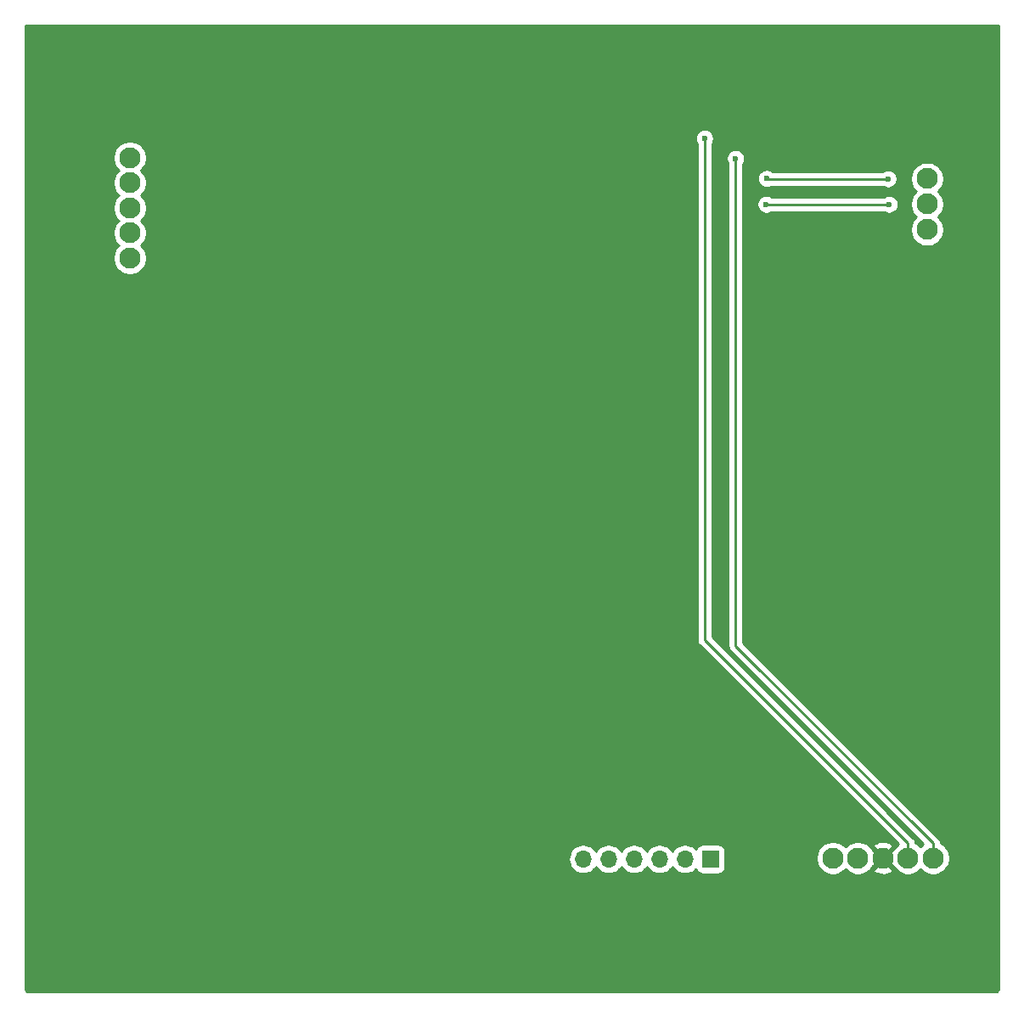
<source format=gbr>
G04 #@! TF.GenerationSoftware,KiCad,Pcbnew,(5.1.2)-1*
G04 #@! TF.CreationDate,2019-07-17T08:56:34-05:00*
G04 #@! TF.ProjectId,8266-dev,38323636-2d64-4657-962e-6b696361645f,rev?*
G04 #@! TF.SameCoordinates,Original*
G04 #@! TF.FileFunction,Copper,L2,Bot*
G04 #@! TF.FilePolarity,Positive*
%FSLAX46Y46*%
G04 Gerber Fmt 4.6, Leading zero omitted, Abs format (unit mm)*
G04 Created by KiCad (PCBNEW (5.1.2)-1) date 2019-07-17 08:56:34*
%MOMM*%
%LPD*%
G04 APERTURE LIST*
%ADD10C,2.100000*%
%ADD11R,1.700000X1.700000*%
%ADD12O,1.700000X1.700000*%
%ADD13C,0.600000*%
%ADD14C,0.250000*%
%ADD15C,0.254000*%
G04 APERTURE END LIST*
D10*
X165511480Y-126949200D03*
X168011480Y-126949200D03*
X170511480Y-126949200D03*
X173011480Y-126949200D03*
X175511480Y-126949200D03*
X95417640Y-57104280D03*
X95417640Y-59604280D03*
X95417640Y-62104280D03*
X95417640Y-64604280D03*
X95417640Y-67104280D03*
D11*
X153324560Y-127050800D03*
D12*
X150784560Y-127050800D03*
X148244560Y-127050800D03*
X145704560Y-127050800D03*
X143164560Y-127050800D03*
X140624560Y-127050800D03*
D10*
X174919640Y-59194700D03*
X174919640Y-61734700D03*
X174919640Y-64274700D03*
D13*
X115752880Y-127088900D03*
X110365540Y-69123560D03*
X163296600Y-49062640D03*
X109570520Y-55278020D03*
X109628940Y-59105800D03*
X86413340Y-127083820D03*
X152725120Y-55153560D03*
X155826460Y-57180480D03*
X171013120Y-59212480D03*
X158910020Y-59169300D03*
X171137580Y-61739780D03*
X158866840Y-61739780D03*
D14*
X173011480Y-125464276D02*
X152717500Y-105170296D01*
X173011480Y-126949200D02*
X173011480Y-125464276D01*
X152717500Y-105170296D02*
X152717500Y-55161180D01*
X152717500Y-55161180D02*
X152725120Y-55153560D01*
X175511480Y-125464276D02*
X155826460Y-105779256D01*
X175511480Y-126949200D02*
X175511480Y-125464276D01*
X155826460Y-105779256D02*
X155826460Y-57180480D01*
X171013120Y-59212480D02*
X158953200Y-59212480D01*
X158953200Y-59212480D02*
X158910020Y-59169300D01*
X171137580Y-61739780D02*
X170713316Y-61739780D01*
X170713316Y-61739780D02*
X158866840Y-61739780D01*
D15*
G36*
X181999890Y-140069225D02*
G01*
X181982741Y-140114587D01*
X181939260Y-140200816D01*
X181891413Y-140260000D01*
X85144034Y-140260000D01*
X85132437Y-140249206D01*
X85084900Y-140180655D01*
X85050641Y-140097932D01*
X85042528Y-140063957D01*
X85042516Y-140063511D01*
X85042143Y-140025021D01*
X85041763Y-139960623D01*
X85041388Y-139871876D01*
X85041018Y-139759063D01*
X85041019Y-139759063D01*
X85040653Y-139622339D01*
X85040293Y-139462293D01*
X85039938Y-139279194D01*
X85039589Y-139073385D01*
X85039244Y-138845202D01*
X85038905Y-138594990D01*
X85038571Y-138323084D01*
X85038243Y-138029823D01*
X85037919Y-137715543D01*
X85037601Y-137380585D01*
X85037288Y-137025285D01*
X85036980Y-136649980D01*
X85036678Y-136255008D01*
X85036380Y-135840706D01*
X85036088Y-135407412D01*
X85035801Y-134955463D01*
X85035520Y-134485197D01*
X85035243Y-133996950D01*
X85034972Y-133491060D01*
X85034706Y-132967865D01*
X85034446Y-132427702D01*
X85034190Y-131870908D01*
X85033940Y-131297820D01*
X85033695Y-130708775D01*
X85033455Y-130104112D01*
X85033221Y-129484167D01*
X85032991Y-128849277D01*
X85032767Y-128199780D01*
X85032549Y-127536014D01*
X85032396Y-127050800D01*
X139132375Y-127050800D01*
X139161047Y-127341911D01*
X139245961Y-127621834D01*
X139383854Y-127879814D01*
X139569426Y-128105934D01*
X139795546Y-128291506D01*
X140053526Y-128429399D01*
X140333449Y-128514313D01*
X140551610Y-128535800D01*
X140697510Y-128535800D01*
X140915671Y-128514313D01*
X141195594Y-128429399D01*
X141453574Y-128291506D01*
X141679694Y-128105934D01*
X141865266Y-127879814D01*
X141894560Y-127825009D01*
X141923854Y-127879814D01*
X142109426Y-128105934D01*
X142335546Y-128291506D01*
X142593526Y-128429399D01*
X142873449Y-128514313D01*
X143091610Y-128535800D01*
X143237510Y-128535800D01*
X143455671Y-128514313D01*
X143735594Y-128429399D01*
X143993574Y-128291506D01*
X144219694Y-128105934D01*
X144405266Y-127879814D01*
X144434560Y-127825009D01*
X144463854Y-127879814D01*
X144649426Y-128105934D01*
X144875546Y-128291506D01*
X145133526Y-128429399D01*
X145413449Y-128514313D01*
X145631610Y-128535800D01*
X145777510Y-128535800D01*
X145995671Y-128514313D01*
X146275594Y-128429399D01*
X146533574Y-128291506D01*
X146759694Y-128105934D01*
X146945266Y-127879814D01*
X146974560Y-127825009D01*
X147003854Y-127879814D01*
X147189426Y-128105934D01*
X147415546Y-128291506D01*
X147673526Y-128429399D01*
X147953449Y-128514313D01*
X148171610Y-128535800D01*
X148317510Y-128535800D01*
X148535671Y-128514313D01*
X148815594Y-128429399D01*
X149073574Y-128291506D01*
X149299694Y-128105934D01*
X149485266Y-127879814D01*
X149514560Y-127825009D01*
X149543854Y-127879814D01*
X149729426Y-128105934D01*
X149955546Y-128291506D01*
X150213526Y-128429399D01*
X150493449Y-128514313D01*
X150711610Y-128535800D01*
X150857510Y-128535800D01*
X151075671Y-128514313D01*
X151355594Y-128429399D01*
X151613574Y-128291506D01*
X151839694Y-128105934D01*
X151864167Y-128076113D01*
X151885058Y-128144980D01*
X151944023Y-128255294D01*
X152023375Y-128351985D01*
X152120066Y-128431337D01*
X152230380Y-128490302D01*
X152350078Y-128526612D01*
X152474560Y-128538872D01*
X154174560Y-128538872D01*
X154299042Y-128526612D01*
X154418740Y-128490302D01*
X154529054Y-128431337D01*
X154625745Y-128351985D01*
X154705097Y-128255294D01*
X154764062Y-128144980D01*
X154800372Y-128025282D01*
X154812632Y-127900800D01*
X154812632Y-126783242D01*
X163826480Y-126783242D01*
X163826480Y-127115158D01*
X163891234Y-127440696D01*
X164018252Y-127747347D01*
X164202655Y-128023325D01*
X164437355Y-128258025D01*
X164713333Y-128442428D01*
X165019984Y-128569446D01*
X165345522Y-128634200D01*
X165677438Y-128634200D01*
X166002976Y-128569446D01*
X166309627Y-128442428D01*
X166585605Y-128258025D01*
X166761480Y-128082150D01*
X166937355Y-128258025D01*
X167213333Y-128442428D01*
X167519984Y-128569446D01*
X167845522Y-128634200D01*
X168177438Y-128634200D01*
X168502976Y-128569446D01*
X168809627Y-128442428D01*
X169085605Y-128258025D01*
X169223364Y-128120266D01*
X169520019Y-128120266D01*
X169621819Y-128389779D01*
X169919957Y-128535663D01*
X170240826Y-128620580D01*
X170572097Y-128641266D01*
X170901037Y-128596928D01*
X171215007Y-128489269D01*
X171401141Y-128389779D01*
X171502941Y-128120266D01*
X170511480Y-127128805D01*
X169520019Y-128120266D01*
X169223364Y-128120266D01*
X169320305Y-128023325D01*
X169446271Y-127834804D01*
X170331875Y-126949200D01*
X169446271Y-126063596D01*
X169320305Y-125875075D01*
X169223364Y-125778134D01*
X169520019Y-125778134D01*
X170511480Y-126769595D01*
X171502941Y-125778134D01*
X171401141Y-125508621D01*
X171103003Y-125362737D01*
X170782134Y-125277820D01*
X170450863Y-125257134D01*
X170121923Y-125301472D01*
X169807953Y-125409131D01*
X169621819Y-125508621D01*
X169520019Y-125778134D01*
X169223364Y-125778134D01*
X169085605Y-125640375D01*
X168809627Y-125455972D01*
X168502976Y-125328954D01*
X168177438Y-125264200D01*
X167845522Y-125264200D01*
X167519984Y-125328954D01*
X167213333Y-125455972D01*
X166937355Y-125640375D01*
X166761480Y-125816250D01*
X166585605Y-125640375D01*
X166309627Y-125455972D01*
X166002976Y-125328954D01*
X165677438Y-125264200D01*
X165345522Y-125264200D01*
X165019984Y-125328954D01*
X164713333Y-125455972D01*
X164437355Y-125640375D01*
X164202655Y-125875075D01*
X164018252Y-126151053D01*
X163891234Y-126457704D01*
X163826480Y-126783242D01*
X154812632Y-126783242D01*
X154812632Y-126200800D01*
X154800372Y-126076318D01*
X154764062Y-125956620D01*
X154705097Y-125846306D01*
X154625745Y-125749615D01*
X154529054Y-125670263D01*
X154418740Y-125611298D01*
X154299042Y-125574988D01*
X154174560Y-125562728D01*
X152474560Y-125562728D01*
X152350078Y-125574988D01*
X152230380Y-125611298D01*
X152120066Y-125670263D01*
X152023375Y-125749615D01*
X151944023Y-125846306D01*
X151885058Y-125956620D01*
X151864167Y-126025487D01*
X151839694Y-125995666D01*
X151613574Y-125810094D01*
X151355594Y-125672201D01*
X151075671Y-125587287D01*
X150857510Y-125565800D01*
X150711610Y-125565800D01*
X150493449Y-125587287D01*
X150213526Y-125672201D01*
X149955546Y-125810094D01*
X149729426Y-125995666D01*
X149543854Y-126221786D01*
X149514560Y-126276591D01*
X149485266Y-126221786D01*
X149299694Y-125995666D01*
X149073574Y-125810094D01*
X148815594Y-125672201D01*
X148535671Y-125587287D01*
X148317510Y-125565800D01*
X148171610Y-125565800D01*
X147953449Y-125587287D01*
X147673526Y-125672201D01*
X147415546Y-125810094D01*
X147189426Y-125995666D01*
X147003854Y-126221786D01*
X146974560Y-126276591D01*
X146945266Y-126221786D01*
X146759694Y-125995666D01*
X146533574Y-125810094D01*
X146275594Y-125672201D01*
X145995671Y-125587287D01*
X145777510Y-125565800D01*
X145631610Y-125565800D01*
X145413449Y-125587287D01*
X145133526Y-125672201D01*
X144875546Y-125810094D01*
X144649426Y-125995666D01*
X144463854Y-126221786D01*
X144434560Y-126276591D01*
X144405266Y-126221786D01*
X144219694Y-125995666D01*
X143993574Y-125810094D01*
X143735594Y-125672201D01*
X143455671Y-125587287D01*
X143237510Y-125565800D01*
X143091610Y-125565800D01*
X142873449Y-125587287D01*
X142593526Y-125672201D01*
X142335546Y-125810094D01*
X142109426Y-125995666D01*
X141923854Y-126221786D01*
X141894560Y-126276591D01*
X141865266Y-126221786D01*
X141679694Y-125995666D01*
X141453574Y-125810094D01*
X141195594Y-125672201D01*
X140915671Y-125587287D01*
X140697510Y-125565800D01*
X140551610Y-125565800D01*
X140333449Y-125587287D01*
X140053526Y-125672201D01*
X139795546Y-125810094D01*
X139569426Y-125995666D01*
X139383854Y-126221786D01*
X139245961Y-126479766D01*
X139161047Y-126759689D01*
X139132375Y-127050800D01*
X85032396Y-127050800D01*
X85032335Y-126858315D01*
X85032127Y-126167021D01*
X85031924Y-125462468D01*
X85031726Y-124744996D01*
X85031533Y-124014939D01*
X85031346Y-123272637D01*
X85031164Y-122518425D01*
X85030987Y-121752643D01*
X85030815Y-120975626D01*
X85030648Y-120187711D01*
X85030487Y-119389237D01*
X85030331Y-118580542D01*
X85030180Y-117761961D01*
X85030035Y-116933832D01*
X85029895Y-116096492D01*
X85029760Y-115250278D01*
X85029630Y-114395530D01*
X85029505Y-113532581D01*
X85029386Y-112661773D01*
X85029272Y-111783439D01*
X85029163Y-110897919D01*
X85029059Y-110005548D01*
X85028961Y-109106668D01*
X85028867Y-108201610D01*
X85028779Y-107290716D01*
X85028697Y-106374320D01*
X85028619Y-105452762D01*
X85028547Y-104526377D01*
X85028480Y-103595505D01*
X85028418Y-102660481D01*
X85028362Y-101721643D01*
X85028310Y-100779327D01*
X85028264Y-99833874D01*
X85028223Y-98885616D01*
X85028188Y-97934895D01*
X85028157Y-96982045D01*
X85028132Y-96027407D01*
X85028112Y-95071313D01*
X85028097Y-94114105D01*
X85028088Y-93156118D01*
X85028084Y-92197690D01*
X85028085Y-91239159D01*
X85028091Y-90280860D01*
X85028102Y-89323132D01*
X85028119Y-88366311D01*
X85028141Y-87410737D01*
X85028168Y-86456744D01*
X85028201Y-85504671D01*
X85028238Y-84554855D01*
X85028281Y-83607633D01*
X85028329Y-82663343D01*
X85028383Y-81722323D01*
X85028441Y-80784907D01*
X85028505Y-79851436D01*
X85028574Y-78922244D01*
X85028648Y-77997673D01*
X85028728Y-77078054D01*
X85028813Y-76163731D01*
X85028903Y-75255035D01*
X85028998Y-74352307D01*
X85029098Y-73455883D01*
X85029204Y-72566102D01*
X85029315Y-71683298D01*
X85029431Y-70807812D01*
X85029552Y-69939979D01*
X85029679Y-69080136D01*
X85029811Y-68228623D01*
X85029948Y-67385773D01*
X85030090Y-66551928D01*
X85030238Y-65727421D01*
X85030390Y-64912592D01*
X85030548Y-64107778D01*
X85030712Y-63313315D01*
X85030880Y-62529542D01*
X85031054Y-61756795D01*
X85031233Y-60995411D01*
X85031417Y-60245729D01*
X85031606Y-59508084D01*
X85031801Y-58782815D01*
X85032001Y-58070259D01*
X85032206Y-57370753D01*
X85032338Y-56938322D01*
X93732640Y-56938322D01*
X93732640Y-57270238D01*
X93797394Y-57595776D01*
X93924412Y-57902427D01*
X94108815Y-58178405D01*
X94284690Y-58354280D01*
X94108815Y-58530155D01*
X93924412Y-58806133D01*
X93797394Y-59112784D01*
X93732640Y-59438322D01*
X93732640Y-59770238D01*
X93797394Y-60095776D01*
X93924412Y-60402427D01*
X94108815Y-60678405D01*
X94284690Y-60854280D01*
X94108815Y-61030155D01*
X93924412Y-61306133D01*
X93797394Y-61612784D01*
X93732640Y-61938322D01*
X93732640Y-62270238D01*
X93797394Y-62595776D01*
X93924412Y-62902427D01*
X94108815Y-63178405D01*
X94284690Y-63354280D01*
X94108815Y-63530155D01*
X93924412Y-63806133D01*
X93797394Y-64112784D01*
X93732640Y-64438322D01*
X93732640Y-64770238D01*
X93797394Y-65095776D01*
X93924412Y-65402427D01*
X94108815Y-65678405D01*
X94284690Y-65854280D01*
X94108815Y-66030155D01*
X93924412Y-66306133D01*
X93797394Y-66612784D01*
X93732640Y-66938322D01*
X93732640Y-67270238D01*
X93797394Y-67595776D01*
X93924412Y-67902427D01*
X94108815Y-68178405D01*
X94343515Y-68413105D01*
X94619493Y-68597508D01*
X94926144Y-68724526D01*
X95251682Y-68789280D01*
X95583598Y-68789280D01*
X95909136Y-68724526D01*
X96215787Y-68597508D01*
X96491765Y-68413105D01*
X96726465Y-68178405D01*
X96910868Y-67902427D01*
X97037886Y-67595776D01*
X97102640Y-67270238D01*
X97102640Y-66938322D01*
X97037886Y-66612784D01*
X96910868Y-66306133D01*
X96726465Y-66030155D01*
X96550590Y-65854280D01*
X96726465Y-65678405D01*
X96910868Y-65402427D01*
X97037886Y-65095776D01*
X97102640Y-64770238D01*
X97102640Y-64438322D01*
X97037886Y-64112784D01*
X96910868Y-63806133D01*
X96726465Y-63530155D01*
X96550590Y-63354280D01*
X96726465Y-63178405D01*
X96910868Y-62902427D01*
X97037886Y-62595776D01*
X97102640Y-62270238D01*
X97102640Y-61938322D01*
X97037886Y-61612784D01*
X96910868Y-61306133D01*
X96726465Y-61030155D01*
X96550590Y-60854280D01*
X96726465Y-60678405D01*
X96910868Y-60402427D01*
X97037886Y-60095776D01*
X97102640Y-59770238D01*
X97102640Y-59438322D01*
X97037886Y-59112784D01*
X96910868Y-58806133D01*
X96726465Y-58530155D01*
X96550590Y-58354280D01*
X96726465Y-58178405D01*
X96910868Y-57902427D01*
X97037886Y-57595776D01*
X97102640Y-57270238D01*
X97102640Y-56938322D01*
X97037886Y-56612784D01*
X96910868Y-56306133D01*
X96726465Y-56030155D01*
X96491765Y-55795455D01*
X96215787Y-55611052D01*
X95909136Y-55484034D01*
X95583598Y-55419280D01*
X95251682Y-55419280D01*
X94926144Y-55484034D01*
X94619493Y-55611052D01*
X94343515Y-55795455D01*
X94108815Y-56030155D01*
X93924412Y-56306133D01*
X93797394Y-56612784D01*
X93732640Y-56938322D01*
X85032338Y-56938322D01*
X85032416Y-56684635D01*
X85032632Y-56012241D01*
X85032853Y-55353909D01*
X85032955Y-55061471D01*
X151790120Y-55061471D01*
X151790120Y-55245649D01*
X151826052Y-55426289D01*
X151896534Y-55596449D01*
X151957501Y-55687693D01*
X151957500Y-105132974D01*
X151953824Y-105170296D01*
X151957500Y-105207618D01*
X151957500Y-105207628D01*
X151968497Y-105319281D01*
X152011954Y-105462542D01*
X152082526Y-105594572D01*
X152111824Y-105630271D01*
X152177499Y-105710297D01*
X152206503Y-105734100D01*
X172042513Y-125570111D01*
X171937355Y-125640375D01*
X171702655Y-125875075D01*
X171576689Y-126063596D01*
X170691085Y-126949200D01*
X171576689Y-127834804D01*
X171702655Y-128023325D01*
X171937355Y-128258025D01*
X172213333Y-128442428D01*
X172519984Y-128569446D01*
X172845522Y-128634200D01*
X173177438Y-128634200D01*
X173502976Y-128569446D01*
X173809627Y-128442428D01*
X174085605Y-128258025D01*
X174261480Y-128082150D01*
X174437355Y-128258025D01*
X174713333Y-128442428D01*
X175019984Y-128569446D01*
X175345522Y-128634200D01*
X175677438Y-128634200D01*
X176002976Y-128569446D01*
X176309627Y-128442428D01*
X176585605Y-128258025D01*
X176820305Y-128023325D01*
X177004708Y-127747347D01*
X177131726Y-127440696D01*
X177196480Y-127115158D01*
X177196480Y-126783242D01*
X177131726Y-126457704D01*
X177004708Y-126151053D01*
X176820305Y-125875075D01*
X176585605Y-125640375D01*
X176309627Y-125455972D01*
X176272837Y-125440733D01*
X176271480Y-125426952D01*
X176271480Y-125426943D01*
X176260483Y-125315290D01*
X176217026Y-125172029D01*
X176146454Y-125040000D01*
X176051481Y-124924275D01*
X176022483Y-124900477D01*
X156586460Y-105464455D01*
X156586460Y-61647691D01*
X157931840Y-61647691D01*
X157931840Y-61831869D01*
X157967772Y-62012509D01*
X158038254Y-62182669D01*
X158140578Y-62335808D01*
X158270812Y-62466042D01*
X158423951Y-62568366D01*
X158594111Y-62638848D01*
X158774751Y-62674780D01*
X158958929Y-62674780D01*
X159139569Y-62638848D01*
X159309729Y-62568366D01*
X159412375Y-62499780D01*
X170592045Y-62499780D01*
X170694691Y-62568366D01*
X170864851Y-62638848D01*
X171045491Y-62674780D01*
X171229669Y-62674780D01*
X171410309Y-62638848D01*
X171580469Y-62568366D01*
X171733608Y-62466042D01*
X171863842Y-62335808D01*
X171966166Y-62182669D01*
X172036648Y-62012509D01*
X172072580Y-61831869D01*
X172072580Y-61647691D01*
X172036648Y-61467051D01*
X171966166Y-61296891D01*
X171863842Y-61143752D01*
X171733608Y-61013518D01*
X171580469Y-60911194D01*
X171410309Y-60840712D01*
X171229669Y-60804780D01*
X171045491Y-60804780D01*
X170864851Y-60840712D01*
X170694691Y-60911194D01*
X170592045Y-60979780D01*
X159412375Y-60979780D01*
X159309729Y-60911194D01*
X159139569Y-60840712D01*
X158958929Y-60804780D01*
X158774751Y-60804780D01*
X158594111Y-60840712D01*
X158423951Y-60911194D01*
X158270812Y-61013518D01*
X158140578Y-61143752D01*
X158038254Y-61296891D01*
X157967772Y-61467051D01*
X157931840Y-61647691D01*
X156586460Y-61647691D01*
X156586460Y-59077211D01*
X157975020Y-59077211D01*
X157975020Y-59261389D01*
X158010952Y-59442029D01*
X158081434Y-59612189D01*
X158183758Y-59765328D01*
X158313992Y-59895562D01*
X158467131Y-59997886D01*
X158637291Y-60068368D01*
X158817931Y-60104300D01*
X159002109Y-60104300D01*
X159182749Y-60068368D01*
X159352909Y-59997886D01*
X159390932Y-59972480D01*
X170467585Y-59972480D01*
X170570231Y-60041066D01*
X170740391Y-60111548D01*
X170921031Y-60147480D01*
X171105209Y-60147480D01*
X171285849Y-60111548D01*
X171456009Y-60041066D01*
X171609148Y-59938742D01*
X171739382Y-59808508D01*
X171841706Y-59655369D01*
X171912188Y-59485209D01*
X171948120Y-59304569D01*
X171948120Y-59120391D01*
X171929890Y-59028742D01*
X173234640Y-59028742D01*
X173234640Y-59360658D01*
X173299394Y-59686196D01*
X173426412Y-59992847D01*
X173610815Y-60268825D01*
X173806690Y-60464700D01*
X173610815Y-60660575D01*
X173426412Y-60936553D01*
X173299394Y-61243204D01*
X173234640Y-61568742D01*
X173234640Y-61900658D01*
X173299394Y-62226196D01*
X173426412Y-62532847D01*
X173610815Y-62808825D01*
X173806690Y-63004700D01*
X173610815Y-63200575D01*
X173426412Y-63476553D01*
X173299394Y-63783204D01*
X173234640Y-64108742D01*
X173234640Y-64440658D01*
X173299394Y-64766196D01*
X173426412Y-65072847D01*
X173610815Y-65348825D01*
X173845515Y-65583525D01*
X174121493Y-65767928D01*
X174428144Y-65894946D01*
X174753682Y-65959700D01*
X175085598Y-65959700D01*
X175411136Y-65894946D01*
X175717787Y-65767928D01*
X175993765Y-65583525D01*
X176228465Y-65348825D01*
X176412868Y-65072847D01*
X176539886Y-64766196D01*
X176604640Y-64440658D01*
X176604640Y-64108742D01*
X176539886Y-63783204D01*
X176412868Y-63476553D01*
X176228465Y-63200575D01*
X176032590Y-63004700D01*
X176228465Y-62808825D01*
X176412868Y-62532847D01*
X176539886Y-62226196D01*
X176604640Y-61900658D01*
X176604640Y-61568742D01*
X176539886Y-61243204D01*
X176412868Y-60936553D01*
X176228465Y-60660575D01*
X176032590Y-60464700D01*
X176228465Y-60268825D01*
X176412868Y-59992847D01*
X176539886Y-59686196D01*
X176604640Y-59360658D01*
X176604640Y-59028742D01*
X176539886Y-58703204D01*
X176412868Y-58396553D01*
X176228465Y-58120575D01*
X175993765Y-57885875D01*
X175717787Y-57701472D01*
X175411136Y-57574454D01*
X175085598Y-57509700D01*
X174753682Y-57509700D01*
X174428144Y-57574454D01*
X174121493Y-57701472D01*
X173845515Y-57885875D01*
X173610815Y-58120575D01*
X173426412Y-58396553D01*
X173299394Y-58703204D01*
X173234640Y-59028742D01*
X171929890Y-59028742D01*
X171912188Y-58939751D01*
X171841706Y-58769591D01*
X171739382Y-58616452D01*
X171609148Y-58486218D01*
X171456009Y-58383894D01*
X171285849Y-58313412D01*
X171105209Y-58277480D01*
X170921031Y-58277480D01*
X170740391Y-58313412D01*
X170570231Y-58383894D01*
X170467585Y-58452480D01*
X159515490Y-58452480D01*
X159506048Y-58443038D01*
X159352909Y-58340714D01*
X159182749Y-58270232D01*
X159002109Y-58234300D01*
X158817931Y-58234300D01*
X158637291Y-58270232D01*
X158467131Y-58340714D01*
X158313992Y-58443038D01*
X158183758Y-58573272D01*
X158081434Y-58726411D01*
X158010952Y-58896571D01*
X157975020Y-59077211D01*
X156586460Y-59077211D01*
X156586460Y-57726015D01*
X156655046Y-57623369D01*
X156725528Y-57453209D01*
X156761460Y-57272569D01*
X156761460Y-57088391D01*
X156725528Y-56907751D01*
X156655046Y-56737591D01*
X156552722Y-56584452D01*
X156422488Y-56454218D01*
X156269349Y-56351894D01*
X156099189Y-56281412D01*
X155918549Y-56245480D01*
X155734371Y-56245480D01*
X155553731Y-56281412D01*
X155383571Y-56351894D01*
X155230432Y-56454218D01*
X155100198Y-56584452D01*
X154997874Y-56737591D01*
X154927392Y-56907751D01*
X154891460Y-57088391D01*
X154891460Y-57272569D01*
X154927392Y-57453209D01*
X154997874Y-57623369D01*
X155066461Y-57726017D01*
X155066460Y-105741934D01*
X155062784Y-105779256D01*
X155066460Y-105816578D01*
X155066460Y-105816588D01*
X155077457Y-105928241D01*
X155120914Y-106071502D01*
X155191486Y-106203532D01*
X155231331Y-106252082D01*
X155286459Y-106319257D01*
X155315463Y-106343060D01*
X174542513Y-125570111D01*
X174437355Y-125640375D01*
X174261480Y-125816250D01*
X174085605Y-125640375D01*
X173809627Y-125455972D01*
X173772837Y-125440733D01*
X173771480Y-125426951D01*
X173771480Y-125426943D01*
X173760483Y-125315290D01*
X173717026Y-125172029D01*
X173646454Y-125040000D01*
X173551481Y-124924275D01*
X173522483Y-124900477D01*
X153477500Y-104855495D01*
X153477500Y-55710500D01*
X153553706Y-55596449D01*
X153624188Y-55426289D01*
X153660120Y-55245649D01*
X153660120Y-55061471D01*
X153624188Y-54880831D01*
X153553706Y-54710671D01*
X153451382Y-54557532D01*
X153321148Y-54427298D01*
X153168009Y-54324974D01*
X152997849Y-54254492D01*
X152817209Y-54218560D01*
X152633031Y-54218560D01*
X152452391Y-54254492D01*
X152282231Y-54324974D01*
X152129092Y-54427298D01*
X151998858Y-54557532D01*
X151896534Y-54710671D01*
X151826052Y-54880831D01*
X151790120Y-55061471D01*
X85032955Y-55061471D01*
X85033079Y-54709976D01*
X85033310Y-54080779D01*
X85033547Y-53466656D01*
X85033788Y-52867946D01*
X85034035Y-52284983D01*
X85034288Y-51718105D01*
X85034545Y-51167652D01*
X85034808Y-50633958D01*
X85035076Y-50117361D01*
X85035349Y-49618200D01*
X85035627Y-49136812D01*
X85035911Y-48673533D01*
X85036200Y-48228700D01*
X85036494Y-47802651D01*
X85036793Y-47395726D01*
X85037098Y-47008258D01*
X85037407Y-46640588D01*
X85037722Y-46293052D01*
X85038043Y-45965986D01*
X85038368Y-45659730D01*
X85038699Y-45374622D01*
X85039035Y-45110997D01*
X85039376Y-44869196D01*
X85039722Y-44649558D01*
X85040074Y-44452419D01*
X85040431Y-44278123D01*
X85040793Y-44126950D01*
X85040792Y-44126950D01*
X85041159Y-43999436D01*
X85041531Y-43895760D01*
X85041532Y-43895760D01*
X85041559Y-43890000D01*
X181999890Y-43890000D01*
X181999890Y-140069225D01*
X181999890Y-140069225D01*
G37*
X181999890Y-140069225D02*
X181982741Y-140114587D01*
X181939260Y-140200816D01*
X181891413Y-140260000D01*
X85144034Y-140260000D01*
X85132437Y-140249206D01*
X85084900Y-140180655D01*
X85050641Y-140097932D01*
X85042528Y-140063957D01*
X85042516Y-140063511D01*
X85042143Y-140025021D01*
X85041763Y-139960623D01*
X85041388Y-139871876D01*
X85041018Y-139759063D01*
X85041019Y-139759063D01*
X85040653Y-139622339D01*
X85040293Y-139462293D01*
X85039938Y-139279194D01*
X85039589Y-139073385D01*
X85039244Y-138845202D01*
X85038905Y-138594990D01*
X85038571Y-138323084D01*
X85038243Y-138029823D01*
X85037919Y-137715543D01*
X85037601Y-137380585D01*
X85037288Y-137025285D01*
X85036980Y-136649980D01*
X85036678Y-136255008D01*
X85036380Y-135840706D01*
X85036088Y-135407412D01*
X85035801Y-134955463D01*
X85035520Y-134485197D01*
X85035243Y-133996950D01*
X85034972Y-133491060D01*
X85034706Y-132967865D01*
X85034446Y-132427702D01*
X85034190Y-131870908D01*
X85033940Y-131297820D01*
X85033695Y-130708775D01*
X85033455Y-130104112D01*
X85033221Y-129484167D01*
X85032991Y-128849277D01*
X85032767Y-128199780D01*
X85032549Y-127536014D01*
X85032396Y-127050800D01*
X139132375Y-127050800D01*
X139161047Y-127341911D01*
X139245961Y-127621834D01*
X139383854Y-127879814D01*
X139569426Y-128105934D01*
X139795546Y-128291506D01*
X140053526Y-128429399D01*
X140333449Y-128514313D01*
X140551610Y-128535800D01*
X140697510Y-128535800D01*
X140915671Y-128514313D01*
X141195594Y-128429399D01*
X141453574Y-128291506D01*
X141679694Y-128105934D01*
X141865266Y-127879814D01*
X141894560Y-127825009D01*
X141923854Y-127879814D01*
X142109426Y-128105934D01*
X142335546Y-128291506D01*
X142593526Y-128429399D01*
X142873449Y-128514313D01*
X143091610Y-128535800D01*
X143237510Y-128535800D01*
X143455671Y-128514313D01*
X143735594Y-128429399D01*
X143993574Y-128291506D01*
X144219694Y-128105934D01*
X144405266Y-127879814D01*
X144434560Y-127825009D01*
X144463854Y-127879814D01*
X144649426Y-128105934D01*
X144875546Y-128291506D01*
X145133526Y-128429399D01*
X145413449Y-128514313D01*
X145631610Y-128535800D01*
X145777510Y-128535800D01*
X145995671Y-128514313D01*
X146275594Y-128429399D01*
X146533574Y-128291506D01*
X146759694Y-128105934D01*
X146945266Y-127879814D01*
X146974560Y-127825009D01*
X147003854Y-127879814D01*
X147189426Y-128105934D01*
X147415546Y-128291506D01*
X147673526Y-128429399D01*
X147953449Y-128514313D01*
X148171610Y-128535800D01*
X148317510Y-128535800D01*
X148535671Y-128514313D01*
X148815594Y-128429399D01*
X149073574Y-128291506D01*
X149299694Y-128105934D01*
X149485266Y-127879814D01*
X149514560Y-127825009D01*
X149543854Y-127879814D01*
X149729426Y-128105934D01*
X149955546Y-128291506D01*
X150213526Y-128429399D01*
X150493449Y-128514313D01*
X150711610Y-128535800D01*
X150857510Y-128535800D01*
X151075671Y-128514313D01*
X151355594Y-128429399D01*
X151613574Y-128291506D01*
X151839694Y-128105934D01*
X151864167Y-128076113D01*
X151885058Y-128144980D01*
X151944023Y-128255294D01*
X152023375Y-128351985D01*
X152120066Y-128431337D01*
X152230380Y-128490302D01*
X152350078Y-128526612D01*
X152474560Y-128538872D01*
X154174560Y-128538872D01*
X154299042Y-128526612D01*
X154418740Y-128490302D01*
X154529054Y-128431337D01*
X154625745Y-128351985D01*
X154705097Y-128255294D01*
X154764062Y-128144980D01*
X154800372Y-128025282D01*
X154812632Y-127900800D01*
X154812632Y-126783242D01*
X163826480Y-126783242D01*
X163826480Y-127115158D01*
X163891234Y-127440696D01*
X164018252Y-127747347D01*
X164202655Y-128023325D01*
X164437355Y-128258025D01*
X164713333Y-128442428D01*
X165019984Y-128569446D01*
X165345522Y-128634200D01*
X165677438Y-128634200D01*
X166002976Y-128569446D01*
X166309627Y-128442428D01*
X166585605Y-128258025D01*
X166761480Y-128082150D01*
X166937355Y-128258025D01*
X167213333Y-128442428D01*
X167519984Y-128569446D01*
X167845522Y-128634200D01*
X168177438Y-128634200D01*
X168502976Y-128569446D01*
X168809627Y-128442428D01*
X169085605Y-128258025D01*
X169223364Y-128120266D01*
X169520019Y-128120266D01*
X169621819Y-128389779D01*
X169919957Y-128535663D01*
X170240826Y-128620580D01*
X170572097Y-128641266D01*
X170901037Y-128596928D01*
X171215007Y-128489269D01*
X171401141Y-128389779D01*
X171502941Y-128120266D01*
X170511480Y-127128805D01*
X169520019Y-128120266D01*
X169223364Y-128120266D01*
X169320305Y-128023325D01*
X169446271Y-127834804D01*
X170331875Y-126949200D01*
X169446271Y-126063596D01*
X169320305Y-125875075D01*
X169223364Y-125778134D01*
X169520019Y-125778134D01*
X170511480Y-126769595D01*
X171502941Y-125778134D01*
X171401141Y-125508621D01*
X171103003Y-125362737D01*
X170782134Y-125277820D01*
X170450863Y-125257134D01*
X170121923Y-125301472D01*
X169807953Y-125409131D01*
X169621819Y-125508621D01*
X169520019Y-125778134D01*
X169223364Y-125778134D01*
X169085605Y-125640375D01*
X168809627Y-125455972D01*
X168502976Y-125328954D01*
X168177438Y-125264200D01*
X167845522Y-125264200D01*
X167519984Y-125328954D01*
X167213333Y-125455972D01*
X166937355Y-125640375D01*
X166761480Y-125816250D01*
X166585605Y-125640375D01*
X166309627Y-125455972D01*
X166002976Y-125328954D01*
X165677438Y-125264200D01*
X165345522Y-125264200D01*
X165019984Y-125328954D01*
X164713333Y-125455972D01*
X164437355Y-125640375D01*
X164202655Y-125875075D01*
X164018252Y-126151053D01*
X163891234Y-126457704D01*
X163826480Y-126783242D01*
X154812632Y-126783242D01*
X154812632Y-126200800D01*
X154800372Y-126076318D01*
X154764062Y-125956620D01*
X154705097Y-125846306D01*
X154625745Y-125749615D01*
X154529054Y-125670263D01*
X154418740Y-125611298D01*
X154299042Y-125574988D01*
X154174560Y-125562728D01*
X152474560Y-125562728D01*
X152350078Y-125574988D01*
X152230380Y-125611298D01*
X152120066Y-125670263D01*
X152023375Y-125749615D01*
X151944023Y-125846306D01*
X151885058Y-125956620D01*
X151864167Y-126025487D01*
X151839694Y-125995666D01*
X151613574Y-125810094D01*
X151355594Y-125672201D01*
X151075671Y-125587287D01*
X150857510Y-125565800D01*
X150711610Y-125565800D01*
X150493449Y-125587287D01*
X150213526Y-125672201D01*
X149955546Y-125810094D01*
X149729426Y-125995666D01*
X149543854Y-126221786D01*
X149514560Y-126276591D01*
X149485266Y-126221786D01*
X149299694Y-125995666D01*
X149073574Y-125810094D01*
X148815594Y-125672201D01*
X148535671Y-125587287D01*
X148317510Y-125565800D01*
X148171610Y-125565800D01*
X147953449Y-125587287D01*
X147673526Y-125672201D01*
X147415546Y-125810094D01*
X147189426Y-125995666D01*
X147003854Y-126221786D01*
X146974560Y-126276591D01*
X146945266Y-126221786D01*
X146759694Y-125995666D01*
X146533574Y-125810094D01*
X146275594Y-125672201D01*
X145995671Y-125587287D01*
X145777510Y-125565800D01*
X145631610Y-125565800D01*
X145413449Y-125587287D01*
X145133526Y-125672201D01*
X144875546Y-125810094D01*
X144649426Y-125995666D01*
X144463854Y-126221786D01*
X144434560Y-126276591D01*
X144405266Y-126221786D01*
X144219694Y-125995666D01*
X143993574Y-125810094D01*
X143735594Y-125672201D01*
X143455671Y-125587287D01*
X143237510Y-125565800D01*
X143091610Y-125565800D01*
X142873449Y-125587287D01*
X142593526Y-125672201D01*
X142335546Y-125810094D01*
X142109426Y-125995666D01*
X141923854Y-126221786D01*
X141894560Y-126276591D01*
X141865266Y-126221786D01*
X141679694Y-125995666D01*
X141453574Y-125810094D01*
X141195594Y-125672201D01*
X140915671Y-125587287D01*
X140697510Y-125565800D01*
X140551610Y-125565800D01*
X140333449Y-125587287D01*
X140053526Y-125672201D01*
X139795546Y-125810094D01*
X139569426Y-125995666D01*
X139383854Y-126221786D01*
X139245961Y-126479766D01*
X139161047Y-126759689D01*
X139132375Y-127050800D01*
X85032396Y-127050800D01*
X85032335Y-126858315D01*
X85032127Y-126167021D01*
X85031924Y-125462468D01*
X85031726Y-124744996D01*
X85031533Y-124014939D01*
X85031346Y-123272637D01*
X85031164Y-122518425D01*
X85030987Y-121752643D01*
X85030815Y-120975626D01*
X85030648Y-120187711D01*
X85030487Y-119389237D01*
X85030331Y-118580542D01*
X85030180Y-117761961D01*
X85030035Y-116933832D01*
X85029895Y-116096492D01*
X85029760Y-115250278D01*
X85029630Y-114395530D01*
X85029505Y-113532581D01*
X85029386Y-112661773D01*
X85029272Y-111783439D01*
X85029163Y-110897919D01*
X85029059Y-110005548D01*
X85028961Y-109106668D01*
X85028867Y-108201610D01*
X85028779Y-107290716D01*
X85028697Y-106374320D01*
X85028619Y-105452762D01*
X85028547Y-104526377D01*
X85028480Y-103595505D01*
X85028418Y-102660481D01*
X85028362Y-101721643D01*
X85028310Y-100779327D01*
X85028264Y-99833874D01*
X85028223Y-98885616D01*
X85028188Y-97934895D01*
X85028157Y-96982045D01*
X85028132Y-96027407D01*
X85028112Y-95071313D01*
X85028097Y-94114105D01*
X85028088Y-93156118D01*
X85028084Y-92197690D01*
X85028085Y-91239159D01*
X85028091Y-90280860D01*
X85028102Y-89323132D01*
X85028119Y-88366311D01*
X85028141Y-87410737D01*
X85028168Y-86456744D01*
X85028201Y-85504671D01*
X85028238Y-84554855D01*
X85028281Y-83607633D01*
X85028329Y-82663343D01*
X85028383Y-81722323D01*
X85028441Y-80784907D01*
X85028505Y-79851436D01*
X85028574Y-78922244D01*
X85028648Y-77997673D01*
X85028728Y-77078054D01*
X85028813Y-76163731D01*
X85028903Y-75255035D01*
X85028998Y-74352307D01*
X85029098Y-73455883D01*
X85029204Y-72566102D01*
X85029315Y-71683298D01*
X85029431Y-70807812D01*
X85029552Y-69939979D01*
X85029679Y-69080136D01*
X85029811Y-68228623D01*
X85029948Y-67385773D01*
X85030090Y-66551928D01*
X85030238Y-65727421D01*
X85030390Y-64912592D01*
X85030548Y-64107778D01*
X85030712Y-63313315D01*
X85030880Y-62529542D01*
X85031054Y-61756795D01*
X85031233Y-60995411D01*
X85031417Y-60245729D01*
X85031606Y-59508084D01*
X85031801Y-58782815D01*
X85032001Y-58070259D01*
X85032206Y-57370753D01*
X85032338Y-56938322D01*
X93732640Y-56938322D01*
X93732640Y-57270238D01*
X93797394Y-57595776D01*
X93924412Y-57902427D01*
X94108815Y-58178405D01*
X94284690Y-58354280D01*
X94108815Y-58530155D01*
X93924412Y-58806133D01*
X93797394Y-59112784D01*
X93732640Y-59438322D01*
X93732640Y-59770238D01*
X93797394Y-60095776D01*
X93924412Y-60402427D01*
X94108815Y-60678405D01*
X94284690Y-60854280D01*
X94108815Y-61030155D01*
X93924412Y-61306133D01*
X93797394Y-61612784D01*
X93732640Y-61938322D01*
X93732640Y-62270238D01*
X93797394Y-62595776D01*
X93924412Y-62902427D01*
X94108815Y-63178405D01*
X94284690Y-63354280D01*
X94108815Y-63530155D01*
X93924412Y-63806133D01*
X93797394Y-64112784D01*
X93732640Y-64438322D01*
X93732640Y-64770238D01*
X93797394Y-65095776D01*
X93924412Y-65402427D01*
X94108815Y-65678405D01*
X94284690Y-65854280D01*
X94108815Y-66030155D01*
X93924412Y-66306133D01*
X93797394Y-66612784D01*
X93732640Y-66938322D01*
X93732640Y-67270238D01*
X93797394Y-67595776D01*
X93924412Y-67902427D01*
X94108815Y-68178405D01*
X94343515Y-68413105D01*
X94619493Y-68597508D01*
X94926144Y-68724526D01*
X95251682Y-68789280D01*
X95583598Y-68789280D01*
X95909136Y-68724526D01*
X96215787Y-68597508D01*
X96491765Y-68413105D01*
X96726465Y-68178405D01*
X96910868Y-67902427D01*
X97037886Y-67595776D01*
X97102640Y-67270238D01*
X97102640Y-66938322D01*
X97037886Y-66612784D01*
X96910868Y-66306133D01*
X96726465Y-66030155D01*
X96550590Y-65854280D01*
X96726465Y-65678405D01*
X96910868Y-65402427D01*
X97037886Y-65095776D01*
X97102640Y-64770238D01*
X97102640Y-64438322D01*
X97037886Y-64112784D01*
X96910868Y-63806133D01*
X96726465Y-63530155D01*
X96550590Y-63354280D01*
X96726465Y-63178405D01*
X96910868Y-62902427D01*
X97037886Y-62595776D01*
X97102640Y-62270238D01*
X97102640Y-61938322D01*
X97037886Y-61612784D01*
X96910868Y-61306133D01*
X96726465Y-61030155D01*
X96550590Y-60854280D01*
X96726465Y-60678405D01*
X96910868Y-60402427D01*
X97037886Y-60095776D01*
X97102640Y-59770238D01*
X97102640Y-59438322D01*
X97037886Y-59112784D01*
X96910868Y-58806133D01*
X96726465Y-58530155D01*
X96550590Y-58354280D01*
X96726465Y-58178405D01*
X96910868Y-57902427D01*
X97037886Y-57595776D01*
X97102640Y-57270238D01*
X97102640Y-56938322D01*
X97037886Y-56612784D01*
X96910868Y-56306133D01*
X96726465Y-56030155D01*
X96491765Y-55795455D01*
X96215787Y-55611052D01*
X95909136Y-55484034D01*
X95583598Y-55419280D01*
X95251682Y-55419280D01*
X94926144Y-55484034D01*
X94619493Y-55611052D01*
X94343515Y-55795455D01*
X94108815Y-56030155D01*
X93924412Y-56306133D01*
X93797394Y-56612784D01*
X93732640Y-56938322D01*
X85032338Y-56938322D01*
X85032416Y-56684635D01*
X85032632Y-56012241D01*
X85032853Y-55353909D01*
X85032955Y-55061471D01*
X151790120Y-55061471D01*
X151790120Y-55245649D01*
X151826052Y-55426289D01*
X151896534Y-55596449D01*
X151957501Y-55687693D01*
X151957500Y-105132974D01*
X151953824Y-105170296D01*
X151957500Y-105207618D01*
X151957500Y-105207628D01*
X151968497Y-105319281D01*
X152011954Y-105462542D01*
X152082526Y-105594572D01*
X152111824Y-105630271D01*
X152177499Y-105710297D01*
X152206503Y-105734100D01*
X172042513Y-125570111D01*
X171937355Y-125640375D01*
X171702655Y-125875075D01*
X171576689Y-126063596D01*
X170691085Y-126949200D01*
X171576689Y-127834804D01*
X171702655Y-128023325D01*
X171937355Y-128258025D01*
X172213333Y-128442428D01*
X172519984Y-128569446D01*
X172845522Y-128634200D01*
X173177438Y-128634200D01*
X173502976Y-128569446D01*
X173809627Y-128442428D01*
X174085605Y-128258025D01*
X174261480Y-128082150D01*
X174437355Y-128258025D01*
X174713333Y-128442428D01*
X175019984Y-128569446D01*
X175345522Y-128634200D01*
X175677438Y-128634200D01*
X176002976Y-128569446D01*
X176309627Y-128442428D01*
X176585605Y-128258025D01*
X176820305Y-128023325D01*
X177004708Y-127747347D01*
X177131726Y-127440696D01*
X177196480Y-127115158D01*
X177196480Y-126783242D01*
X177131726Y-126457704D01*
X177004708Y-126151053D01*
X176820305Y-125875075D01*
X176585605Y-125640375D01*
X176309627Y-125455972D01*
X176272837Y-125440733D01*
X176271480Y-125426952D01*
X176271480Y-125426943D01*
X176260483Y-125315290D01*
X176217026Y-125172029D01*
X176146454Y-125040000D01*
X176051481Y-124924275D01*
X176022483Y-124900477D01*
X156586460Y-105464455D01*
X156586460Y-61647691D01*
X157931840Y-61647691D01*
X157931840Y-61831869D01*
X157967772Y-62012509D01*
X158038254Y-62182669D01*
X158140578Y-62335808D01*
X158270812Y-62466042D01*
X158423951Y-62568366D01*
X158594111Y-62638848D01*
X158774751Y-62674780D01*
X158958929Y-62674780D01*
X159139569Y-62638848D01*
X159309729Y-62568366D01*
X159412375Y-62499780D01*
X170592045Y-62499780D01*
X170694691Y-62568366D01*
X170864851Y-62638848D01*
X171045491Y-62674780D01*
X171229669Y-62674780D01*
X171410309Y-62638848D01*
X171580469Y-62568366D01*
X171733608Y-62466042D01*
X171863842Y-62335808D01*
X171966166Y-62182669D01*
X172036648Y-62012509D01*
X172072580Y-61831869D01*
X172072580Y-61647691D01*
X172036648Y-61467051D01*
X171966166Y-61296891D01*
X171863842Y-61143752D01*
X171733608Y-61013518D01*
X171580469Y-60911194D01*
X171410309Y-60840712D01*
X171229669Y-60804780D01*
X171045491Y-60804780D01*
X170864851Y-60840712D01*
X170694691Y-60911194D01*
X170592045Y-60979780D01*
X159412375Y-60979780D01*
X159309729Y-60911194D01*
X159139569Y-60840712D01*
X158958929Y-60804780D01*
X158774751Y-60804780D01*
X158594111Y-60840712D01*
X158423951Y-60911194D01*
X158270812Y-61013518D01*
X158140578Y-61143752D01*
X158038254Y-61296891D01*
X157967772Y-61467051D01*
X157931840Y-61647691D01*
X156586460Y-61647691D01*
X156586460Y-59077211D01*
X157975020Y-59077211D01*
X157975020Y-59261389D01*
X158010952Y-59442029D01*
X158081434Y-59612189D01*
X158183758Y-59765328D01*
X158313992Y-59895562D01*
X158467131Y-59997886D01*
X158637291Y-60068368D01*
X158817931Y-60104300D01*
X159002109Y-60104300D01*
X159182749Y-60068368D01*
X159352909Y-59997886D01*
X159390932Y-59972480D01*
X170467585Y-59972480D01*
X170570231Y-60041066D01*
X170740391Y-60111548D01*
X170921031Y-60147480D01*
X171105209Y-60147480D01*
X171285849Y-60111548D01*
X171456009Y-60041066D01*
X171609148Y-59938742D01*
X171739382Y-59808508D01*
X171841706Y-59655369D01*
X171912188Y-59485209D01*
X171948120Y-59304569D01*
X171948120Y-59120391D01*
X171929890Y-59028742D01*
X173234640Y-59028742D01*
X173234640Y-59360658D01*
X173299394Y-59686196D01*
X173426412Y-59992847D01*
X173610815Y-60268825D01*
X173806690Y-60464700D01*
X173610815Y-60660575D01*
X173426412Y-60936553D01*
X173299394Y-61243204D01*
X173234640Y-61568742D01*
X173234640Y-61900658D01*
X173299394Y-62226196D01*
X173426412Y-62532847D01*
X173610815Y-62808825D01*
X173806690Y-63004700D01*
X173610815Y-63200575D01*
X173426412Y-63476553D01*
X173299394Y-63783204D01*
X173234640Y-64108742D01*
X173234640Y-64440658D01*
X173299394Y-64766196D01*
X173426412Y-65072847D01*
X173610815Y-65348825D01*
X173845515Y-65583525D01*
X174121493Y-65767928D01*
X174428144Y-65894946D01*
X174753682Y-65959700D01*
X175085598Y-65959700D01*
X175411136Y-65894946D01*
X175717787Y-65767928D01*
X175993765Y-65583525D01*
X176228465Y-65348825D01*
X176412868Y-65072847D01*
X176539886Y-64766196D01*
X176604640Y-64440658D01*
X176604640Y-64108742D01*
X176539886Y-63783204D01*
X176412868Y-63476553D01*
X176228465Y-63200575D01*
X176032590Y-63004700D01*
X176228465Y-62808825D01*
X176412868Y-62532847D01*
X176539886Y-62226196D01*
X176604640Y-61900658D01*
X176604640Y-61568742D01*
X176539886Y-61243204D01*
X176412868Y-60936553D01*
X176228465Y-60660575D01*
X176032590Y-60464700D01*
X176228465Y-60268825D01*
X176412868Y-59992847D01*
X176539886Y-59686196D01*
X176604640Y-59360658D01*
X176604640Y-59028742D01*
X176539886Y-58703204D01*
X176412868Y-58396553D01*
X176228465Y-58120575D01*
X175993765Y-57885875D01*
X175717787Y-57701472D01*
X175411136Y-57574454D01*
X175085598Y-57509700D01*
X174753682Y-57509700D01*
X174428144Y-57574454D01*
X174121493Y-57701472D01*
X173845515Y-57885875D01*
X173610815Y-58120575D01*
X173426412Y-58396553D01*
X173299394Y-58703204D01*
X173234640Y-59028742D01*
X171929890Y-59028742D01*
X171912188Y-58939751D01*
X171841706Y-58769591D01*
X171739382Y-58616452D01*
X171609148Y-58486218D01*
X171456009Y-58383894D01*
X171285849Y-58313412D01*
X171105209Y-58277480D01*
X170921031Y-58277480D01*
X170740391Y-58313412D01*
X170570231Y-58383894D01*
X170467585Y-58452480D01*
X159515490Y-58452480D01*
X159506048Y-58443038D01*
X159352909Y-58340714D01*
X159182749Y-58270232D01*
X159002109Y-58234300D01*
X158817931Y-58234300D01*
X158637291Y-58270232D01*
X158467131Y-58340714D01*
X158313992Y-58443038D01*
X158183758Y-58573272D01*
X158081434Y-58726411D01*
X158010952Y-58896571D01*
X157975020Y-59077211D01*
X156586460Y-59077211D01*
X156586460Y-57726015D01*
X156655046Y-57623369D01*
X156725528Y-57453209D01*
X156761460Y-57272569D01*
X156761460Y-57088391D01*
X156725528Y-56907751D01*
X156655046Y-56737591D01*
X156552722Y-56584452D01*
X156422488Y-56454218D01*
X156269349Y-56351894D01*
X156099189Y-56281412D01*
X155918549Y-56245480D01*
X155734371Y-56245480D01*
X155553731Y-56281412D01*
X155383571Y-56351894D01*
X155230432Y-56454218D01*
X155100198Y-56584452D01*
X154997874Y-56737591D01*
X154927392Y-56907751D01*
X154891460Y-57088391D01*
X154891460Y-57272569D01*
X154927392Y-57453209D01*
X154997874Y-57623369D01*
X155066461Y-57726017D01*
X155066460Y-105741934D01*
X155062784Y-105779256D01*
X155066460Y-105816578D01*
X155066460Y-105816588D01*
X155077457Y-105928241D01*
X155120914Y-106071502D01*
X155191486Y-106203532D01*
X155231331Y-106252082D01*
X155286459Y-106319257D01*
X155315463Y-106343060D01*
X174542513Y-125570111D01*
X174437355Y-125640375D01*
X174261480Y-125816250D01*
X174085605Y-125640375D01*
X173809627Y-125455972D01*
X173772837Y-125440733D01*
X173771480Y-125426951D01*
X173771480Y-125426943D01*
X173760483Y-125315290D01*
X173717026Y-125172029D01*
X173646454Y-125040000D01*
X173551481Y-124924275D01*
X173522483Y-124900477D01*
X153477500Y-104855495D01*
X153477500Y-55710500D01*
X153553706Y-55596449D01*
X153624188Y-55426289D01*
X153660120Y-55245649D01*
X153660120Y-55061471D01*
X153624188Y-54880831D01*
X153553706Y-54710671D01*
X153451382Y-54557532D01*
X153321148Y-54427298D01*
X153168009Y-54324974D01*
X152997849Y-54254492D01*
X152817209Y-54218560D01*
X152633031Y-54218560D01*
X152452391Y-54254492D01*
X152282231Y-54324974D01*
X152129092Y-54427298D01*
X151998858Y-54557532D01*
X151896534Y-54710671D01*
X151826052Y-54880831D01*
X151790120Y-55061471D01*
X85032955Y-55061471D01*
X85033079Y-54709976D01*
X85033310Y-54080779D01*
X85033547Y-53466656D01*
X85033788Y-52867946D01*
X85034035Y-52284983D01*
X85034288Y-51718105D01*
X85034545Y-51167652D01*
X85034808Y-50633958D01*
X85035076Y-50117361D01*
X85035349Y-49618200D01*
X85035627Y-49136812D01*
X85035911Y-48673533D01*
X85036200Y-48228700D01*
X85036494Y-47802651D01*
X85036793Y-47395726D01*
X85037098Y-47008258D01*
X85037407Y-46640588D01*
X85037722Y-46293052D01*
X85038043Y-45965986D01*
X85038368Y-45659730D01*
X85038699Y-45374622D01*
X85039035Y-45110997D01*
X85039376Y-44869196D01*
X85039722Y-44649558D01*
X85040074Y-44452419D01*
X85040431Y-44278123D01*
X85040793Y-44126950D01*
X85040792Y-44126950D01*
X85041159Y-43999436D01*
X85041531Y-43895760D01*
X85041532Y-43895760D01*
X85041559Y-43890000D01*
X181999890Y-43890000D01*
X181999890Y-140069225D01*
M02*

</source>
